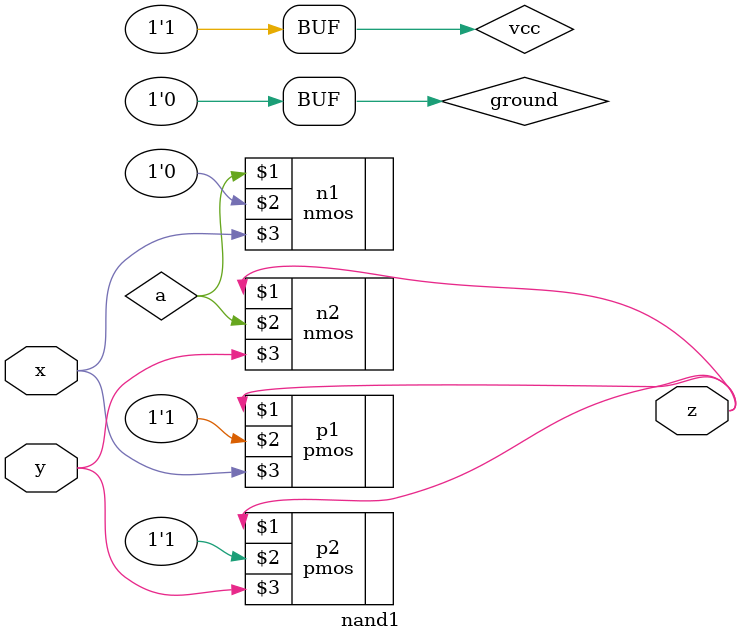
<source format=v>
module nand1(x,y,z);
input x,y;
output z;
supply1 vcc;
supply0 ground;
wire a;

nmos n1(a,ground,x);
nmos n2(z,a,y);

pmos p1(z,vcc,x);
pmos p2(z,vcc,y);

endmodule


</source>
